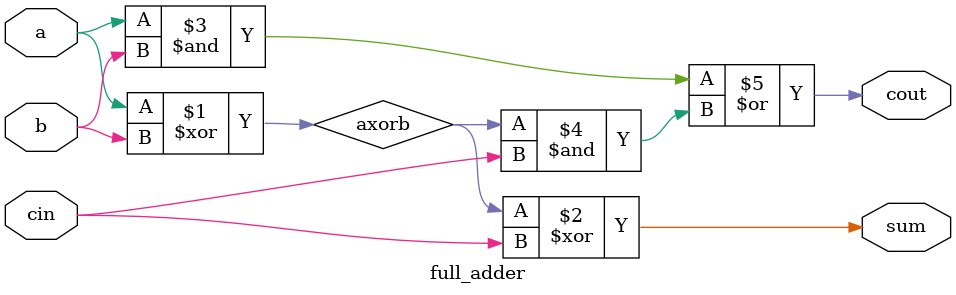
<source format=sv>
module pe_comb(
    input signed [7:0] input_f,   // Input feature
    input signed [7:0] input_w,   // Input weight
    input signed [7:0] psum_reg, // Input partial sum from the register
    input enable,
    input reset,
    output signed [7:0] psum_next,
    output signed [7:0] output_f
);
    // Define variables
    logic signed [7:0] input_psum;

    assign input_psum = (reset) ? 8'sh00 : psum_reg;

    // Define the output of the MAC
    logic signed [7:0] mac_out;

    mac mac1(.input_f(input_f), .input_w(input_w), .input_psum(input_psum), .output_f(mac_out));

    // Define the next partial sum based on the input conditions
    assign psum_next = (enable) ? mac_out : ((reset) ? 8'sh00 : psum_reg);

    // ReLU
    relu relu1(.input_f(psum_next), .output_f(output_f));

endmodule

module mac(
    input signed [7:0] input_f,   // Input feature
    input signed [7:0] input_w,   // Input weight
    input signed [7:0] input_psum, // Input partial sum
    output signed [7:0] output_f // Output feature
);
    // Define the output of the multiplier
    logic signed [7:0] mult_out;

    // Instantiate the multiplier
    mult mult1(.a(input_f), .b(input_w), .product(mult_out));

    // Define the output of the adder
    logic signed [7:0] adder_out;

    // Instantiate the adder
    adder8 adder1(.A(mult_out), .B(input_psum), .SUM(adder_out));
    
    // Define the next partial sum based on the input conditions
    assign output_f = adder_out;
endmodule

// Define ReLU activation function
module relu(
    input signed [7:0] input_f,   // Input feature
    output signed [7:0] output_f // Output feature
);

    // If the input feature is negative, set the output feature to 0
    assign output_f = (input_f < 8'sh00) ? 8'sh00 : input_f;

endmodule


// Signed multiplication two 8-bit integers in 2's complement form
module mult(
    input  signed [7:0] a,  // First 8-bit signed input
    input  signed [7:0] b,  // Second 8-bit signed input
    output logic signed [7:0] product  // 8-bit signed output for the product
);

    // Intermediate full-width product
    logic signed [15:0] full_product;

    // Perform multiplication
    assign full_product = a * b;

    // Saturating logic
    always_comb begin
        if (full_product > 16'sh007F) begin
            product = 8'sh7F; // Saturate to max positive value
        end else if (full_product < 16'shFF80) begin
            product = 8'sh80; // Saturate to max negative value
        end else begin
            product = full_product[7:0]; // Truncate to lower 8 bits
        end
    end

endmodule


module adder8(A, B, SUM);
    input [7:0] A;
    input [7:0] B;
    output [7:0] SUM;

    // A saturating signed 8-bit integer Carry Look Ahead Adder
    wire [1:0] C;
    wire [7:0] int_sum;
    wire overflow;
    wire [7:0] sat_sum;
    cla4 cla1(.A(A[3:0]), .B(B[3:0]), .CIN(1'b0), .SUM(int_sum[3:0]), .COUT(C[0]));
    cla4 cla2(.A(A[7:4]), .B(B[7:4]), .CIN(C[0]), .SUM(int_sum[7:4]), .COUT(C[1]));

    // Overflow detection
    assign overflow = (A[7] == B[7]) & (A[7] != int_sum[7]);
    // assign sat_sum = (A[7]) ? 8'b01111111 : 8'b10000000;
    assign sat_sum = (A[7]) ? 8'b10000000 : 8'b01111111;
    assign SUM = (overflow) ? sat_sum : int_sum;

endmodule


module cla4(A, B, CIN, SUM, COUT);
    input [3:0] A;
    input [3:0] B;
    input CIN;
    output [3:0] SUM;
    output COUT;
    
    wire [3:0] G, P;
    wire [2:0] C;

    full_adder fa0(.a(A[0]), .b(B[0]), .cin(CIN), .sum(SUM[0]), .cout(C[0]));
    full_adder fa1(.a(A[1]), .b(B[1]), .cin(C[0]), .sum(SUM[1]), .cout(C[1]));
    full_adder fa2(.a(A[2]), .b(B[2]), .cin(C[1]), .sum(SUM[2]), .cout(C[2]));
    full_adder fa3(.a(A[3]), .b(B[3]), .cin(C[2]), .sum(SUM[3]), .cout());

    assign G[0] = A[0] & B[0];
    assign P[0] = A[0] | B[0];
    assign G[1] = A[1] & B[1];
    assign P[1] = A[1] | B[1];
    assign G[2] = A[2] & B[2];
    assign P[2] = A[2] | B[2];
    assign G[3] = A[3] & B[3];
    assign P[3] = A[3] | B[3];


    wire G_f;
    assign G_f = G[3] | (P[3] & (G[2] | (P[2] & (G[1] | (P[1] & G[0])))));

    assign COUT = G_f | ((P[0] & P[1] & P[2] & P[3]) & CIN);

endmodule



module full_adder(a,b,cin,sum,cout);
    input a,b,cin;
    output sum,cout;

    wire axorb;
    assign axorb = a ^ b;
    assign sum = axorb ^ cin;
    assign cout = (a & b) | (axorb & cin);

endmodule
</source>
